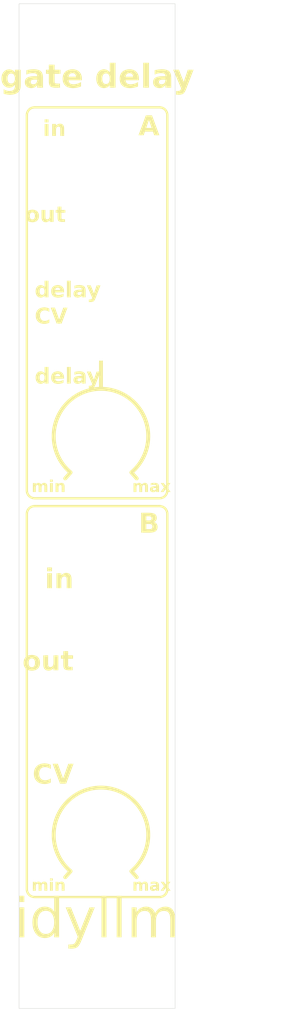
<source format=kicad_pcb>
(kicad_pcb (version 20241229) (generator "pcbnew") (generator_version "9.0")
  (layers (0 "F.Cu" signal) (2 "B.Cu" signal) (13 "F.Paste" user) (15 "B.Paste" user) (5 "F.SilkS" user "F.Silkscreen") (7 "B.SilkS" user "B.Silkscreen") (1 "F.Mask" user) (3 "B.Mask" user) (25 "Edge.Cuts" user))
  (net 0 "")
  (footprint "AudioJacks:PanelHole_Potentiometer_6.8mm_13mm_knob" (layer "F.Cu") (at 110.5 105)
    (property "Reference" "H5" (hide yes))
    (property "Value" "MountingHole")
    (pad "" np_thru_hole circle (at 0 0) (size 6.8 6.8) (drill 6.8) (layers "*.Cu" "*.Mask"))
  )
  (footprint "AudioJacks:PanelHole_AudioJack_6.8mm" (layer "F.Cu") (at 110.5 143)
    (property "Reference" "H9" (hide yes))
    (property "Value" "MountingHole")
    (pad "" np_thru_hole circle (at 0 0) (size 6.8 6.8) (drill 6.8) (layers "*.Cu" "*.Mask"))
  )
  (footprint "AudioJacks:PanelHole_AudioJack_6.8mm" (layer "F.Cu") (at 110.5 79)
    (property "Reference" "H2" (hide yes))
    (property "Value" "MountingHole")
    (pad "" np_thru_hole circle (at 0 0) (size 6.8 6.8) (drill 6.8) (layers "*.Cu" "*.Mask"))
  )
  (footprint "AudioJacks:PanelHole_AudioJack_6.8mm" (layer "F.Cu") (at 110.5 130)
    (property "Reference" "H7" (hide yes))
    (property "Value" "MountingHole")
    (pad "" np_thru_hole circle (at 0 0) (size 6.8 6.8) (drill 6.8) (layers "*.Cu" "*.Mask"))
  )
  (footprint "MountingHole:MountingHole_3.2mm_M3" (layer "F.Cu") (at 115 136.5)
    (property "Reference" "H8" (hide yes))
    (property "Value" "MountingHole")
    (pad "" np_thru_hole circle (at 0 0) (size 3.2 3.2) (drill 3.2) (layers "*.Cu" "*.Mask"))
  )
  (footprint "MountingHole:MountingHole_3.2mm_M3" (layer "F.Cu") (at 107.5 175.25)
    (property "Reference" "H12" (hide yes))
    (property "Value" "MountingHole")
    (pad "" np_thru_hole oval (at 0 0) (size 3.6 3.2) (drill oval 3.6 3.2) (layers "*.Cu" "*.Mask"))
  )
  (footprint "MountingHole:MountingHole_3.2mm_M3" (layer "F.Cu") (at 115 85.5)
    (property "Reference" "H3" (hide yes))
    (property "Value" "MountingHole")
    (pad "" np_thru_hole circle (at 0 0) (size 3.2 3.2) (drill 3.2) (layers "*.Cu" "*.Mask"))
  )
  (footprint "AudioJacks:PanelHole_Potentiometer_6.8mm_13mm_knob" (layer "F.Cu") (at 110.5 156)
    (property "Reference" "H10" (hide yes))
    (property "Value" "MountingHole")
    (pad "" np_thru_hole circle (at 0 0) (size 6.8 6.8) (drill 6.8) (layers "*.Cu" "*.Mask"))
  )
  (footprint "AudioJacks:PanelHole_AudioJack_6.8mm" (layer "F.Cu") (at 110.5 92)
    (property "Reference" "H4" (hide yes))
    (property "Value" "MountingHole")
    (pad "" np_thru_hole circle (at 0 0) (size 6.8 6.8) (drill 6.8) (layers "*.Cu" "*.Mask"))
  )
  (footprint "AudioJacks:PanelHole_AudioJack_6.8mm" (layer "F.Cu") (at 110.5 68)
    (property "Reference" "H1" (hide yes))
    (property "Value" "MountingHole")
    (pad "" np_thru_hole circle (at 0 0) (size 6.8 6.8) (drill 6.8) (layers "*.Cu" "*.Mask"))
  )
  (footprint "MountingHole:MountingHole_3.2mm_M3" (layer "F.Cu") (at 107.5 52.75)
    (property "Reference" "H11" (hide yes))
    (property "Value" "MountingHole")
    (pad "" np_thru_hole oval (at 0 0) (size 3.6 3.2) (drill oval 3.6 3.2) (layers "*.Cu" "*.Mask"))
  )
  (footprint "AudioJacks:PanelHole_AudioJack_6.8mm" (layer "F.Cu") (at 110.5 119)
    (property "Reference" "H6" (hide yes))
    (property "Value" "MountingHole")
    (pad "" np_thru_hole circle (at 0 0) (size 6.8 6.8) (drill 6.8) (layers "*.Cu" "*.Mask"))
  )
  (gr_line (start 119 115) (end 119 163) (stroke (width 0.3)) (layer "F.SilkS"))
  (gr_line (start 106.6 109.697433) (end 105.925 110.459635) (stroke (width 0.5)) (layer "F.SilkS"))
  (gr_line (start 110.5 99) (end 110.5 92) (stroke (width 0.5)) (layer "F.SilkS"))
  (gr_arc (start 106.6 109.697433) (mid 110.5 99) (end 114.4 109.697433) (stroke (width 0.5)) (layer "F.SilkS"))
  (gr_line (start 101 163) (end 101 115) (stroke (width 0.3)) (layer "F.SilkS"))
  (gr_line (start 114.4 160.697433) (end 115.075 161.459635) (stroke (width 0.5)) (layer "F.SilkS"))
  (gr_arc (start 119 163) (mid 118.707107 163.707107) (end 118 164) (stroke (width 0.3)) (layer "F.SilkS"))
  (gr_arc (start 102 164) (mid 101.292893 163.707107) (end 101 163) (stroke (width 0.3)) (layer "F.SilkS"))
  (gr_arc (start 106.6 160.697433) (mid 110.5 150) (end 114.4 160.697433) (stroke (width 0.5)) (layer "F.SilkS"))
  (gr_line (start 118 113) (end 102 113) (stroke (width 0.3)) (layer "F.SilkS"))
  (gr_arc (start 101 64) (mid 101.292893 63.292893) (end 102 63) (stroke (width 0.3)) (layer "F.SilkS"))
  (gr_line (start 102 114) (end 118 114) (stroke (width 0.3)) (layer "F.SilkS"))
  (gr_arc (start 118 114) (mid 118.707107 114.292893) (end 119 115) (stroke (width 0.3)) (layer "F.SilkS"))
  (gr_line (start 114.4 109.697433) (end 115.075 110.459635) (stroke (width 0.5)) (layer "F.SilkS"))
  (gr_line (start 119 64) (end 119 112) (stroke (width 0.3)) (layer "F.SilkS"))
  (gr_arc (start 102 113) (mid 101.292893 112.707107) (end 101 112) (stroke (width 0.3)) (layer "F.SilkS"))
  (gr_arc (start 119 112) (mid 118.707107 112.707107) (end 118 113) (stroke (width 0.3)) (layer "F.SilkS"))
  (gr_line (start 106.6 160.697433) (end 105.925 161.459635) (stroke (width 0.5)) (layer "F.SilkS"))
  (gr_arc (start 101 115) (mid 101.292893 114.292893) (end 102 114) (stroke (width 0.3)) (layer "F.SilkS"))
  (gr_line (start 101 112) (end 101 64) (stroke (width 0.3)) (layer "F.SilkS"))
  (gr_line (start 102 63) (end 118 63) (stroke (width 0.3)) (layer "F.SilkS"))
  (gr_arc (start 118 63) (mid 118.707107 63.292893) (end 119 64) (stroke (width 0.3)) (layer "F.SilkS"))
  (gr_line (start 118 164) (end 102 164) (stroke (width 0.3)) (layer "F.SilkS"))
  (gr_rect (start 100 49.75) (end 120 178.25) (stroke (width 0.05)) (fill no) (layer "Edge.Cuts"))
  (gr_text "A" (at 118 67 0) (layer "F.SilkS") (effects (font (size 2.5 2.5) (thickness 0.25)) (justify right bottom)))
  (gr_text "min" (at 106 110.7 0) (layer "F.SilkS") (effects (font (size 1.5 1.5) (thickness 0.25)) (justify right top)))
  (gr_text "out" (at 107 132.5 0) (layer "F.SilkS") (effects (font (size 2.5 2.5) (thickness 0.25)) (justify right top)))
  (gr_text "delay\nCV" (at 102 91 0) (layer "F.SilkS") (effects (font (size 2 2) (thickness 0.25)) (justify left bottom)))
  (gr_text "gate delay" (at 110 61 0) (layer "F.SilkS") (effects (font (size 3 3) (thickness 0.1)) (justify bottom)))
  (gr_text "max" (at 114.5 161.7 0) (layer "F.SilkS") (effects (font (size 1.5 1.5) (thickness 0.25)) (justify left top)))
  (gr_text "B" (at 118 114.9 0) (layer "F.SilkS") (effects (font (size 2.5 2.5) (thickness 0.25)) (justify right top)))
  (gr_text "min" (at 106 161.7 0) (layer "F.SilkS") (effects (font (size 1.5 1.5) (thickness 0.25)) (justify right top)))
  (gr_text "out" (at 106 78 0) (layer "F.SilkS") (effects (font (size 2 2) (thickness 0.25)) (justify right bottom)))
  (gr_text "in" (at 107 122 0) (layer "F.SilkS") (effects (font (size 2.5 2.5) (thickness 0.25)) (justify right top)))
  (gr_text "idyllm" (at 110 170 0) (layer "F.SilkS") (effects (font (size 5 5) (thickness 0.1)) (justify bottom)))
  (gr_text "CV" (at 107 147 0) (layer "F.SilkS") (effects (font (size 2.5 2.5) (thickness 0.25)) (justify right top)))
  (gr_text "delay" (at 102 97.5 0) (layer "F.SilkS") (effects (font (size 2 2) (thickness 0.25)) (justify left)))
  (gr_text "max" (at 114.5 110.7 0) (layer "F.SilkS") (effects (font (size 1.5 1.5) (thickness 0.25)) (justify left top)))
  (gr_text "in" (at 106 67 0) (layer "F.SilkS") (effects (font (size 2 2) (thickness 0.25)) (justify right bottom)))
)
</source>
